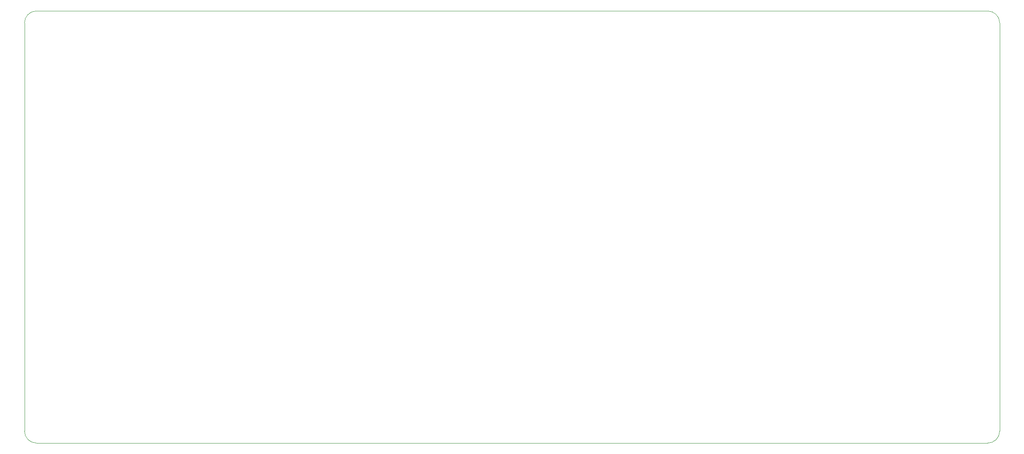
<source format=gbr>
%TF.GenerationSoftware,KiCad,Pcbnew,(5.1.10)-1*%
%TF.CreationDate,2021-10-15T02:03:15+09:00*%
%TF.ProjectId,orca_keyboard,6f726361-5f6b-4657-9962-6f6172642e6b,rev?*%
%TF.SameCoordinates,Original*%
%TF.FileFunction,Profile,NP*%
%FSLAX46Y46*%
G04 Gerber Fmt 4.6, Leading zero omitted, Abs format (unit mm)*
G04 Created by KiCad (PCBNEW (5.1.10)-1) date 2021-10-15 02:03:15*
%MOMM*%
%LPD*%
G01*
G04 APERTURE LIST*
%TA.AperFunction,Profile*%
%ADD10C,0.050000*%
%TD*%
G04 APERTURE END LIST*
D10*
X204478259Y88150000D02*
X204480000Y2500000D01*
X201980000Y90648259D02*
X2500000Y90650979D01*
X201980000Y90648259D02*
G75*
G02*
X204478259Y88150000I0J-2498259D01*
G01*
X2500000Y0D02*
X201980000Y0D01*
X0Y2500000D02*
X-979Y88150000D01*
X204480000Y2500000D02*
G75*
G02*
X201980000Y0I-2500000J0D01*
G01*
X-979Y88150000D02*
G75*
G02*
X2500000Y90650979I2500979J0D01*
G01*
X2500000Y0D02*
G75*
G02*
X0Y2500000I0J2500000D01*
G01*
M02*

</source>
